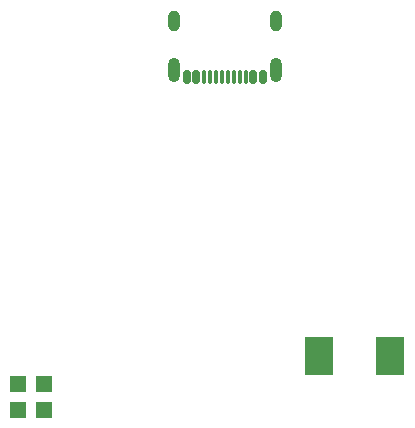
<source format=gbr>
%TF.GenerationSoftware,KiCad,Pcbnew,8.0.4*%
%TF.CreationDate,2024-09-21T01:35:51-04:00*%
%TF.ProjectId,DangerDoughnut,44616e67-6572-4446-9f75-67686e75742e,rev?*%
%TF.SameCoordinates,Original*%
%TF.FileFunction,Paste,Bot*%
%TF.FilePolarity,Positive*%
%FSLAX46Y46*%
G04 Gerber Fmt 4.6, Leading zero omitted, Abs format (unit mm)*
G04 Created by KiCad (PCBNEW 8.0.4) date 2024-09-21 01:35:51*
%MOMM*%
%LPD*%
G01*
G04 APERTURE LIST*
G04 Aperture macros list*
%AMRoundRect*
0 Rectangle with rounded corners*
0 $1 Rounding radius*
0 $2 $3 $4 $5 $6 $7 $8 $9 X,Y pos of 4 corners*
0 Add a 4 corners polygon primitive as box body*
4,1,4,$2,$3,$4,$5,$6,$7,$8,$9,$2,$3,0*
0 Add four circle primitives for the rounded corners*
1,1,$1+$1,$2,$3*
1,1,$1+$1,$4,$5*
1,1,$1+$1,$6,$7*
1,1,$1+$1,$8,$9*
0 Add four rect primitives between the rounded corners*
20,1,$1+$1,$2,$3,$4,$5,0*
20,1,$1+$1,$4,$5,$6,$7,0*
20,1,$1+$1,$6,$7,$8,$9,0*
20,1,$1+$1,$8,$9,$2,$3,0*%
G04 Aperture macros list end*
%ADD10R,1.400000X1.400000*%
%ADD11R,2.489200X3.251200*%
%ADD12RoundRect,0.150000X-0.150000X-0.425000X0.150000X-0.425000X0.150000X0.425000X-0.150000X0.425000X0*%
%ADD13RoundRect,0.075000X-0.075000X-0.500000X0.075000X-0.500000X0.075000X0.500000X-0.075000X0.500000X0*%
%ADD14O,1.000000X1.800000*%
%ADD15O,1.000000X2.100000*%
G04 APERTURE END LIST*
D10*
%TO.C,ANT1*%
X82500000Y-69300000D03*
X84700000Y-69300000D03*
X84700000Y-71500000D03*
X82500000Y-71500000D03*
%TD*%
D11*
%TO.C,L1*%
X113997200Y-67000000D03*
X108002800Y-67000000D03*
%TD*%
D12*
%TO.C,J6*%
X96800000Y-43355000D03*
X97600000Y-43355000D03*
D13*
X98750000Y-43355000D03*
X99750000Y-43355000D03*
X100250000Y-43355000D03*
X101250000Y-43355000D03*
D12*
X102400000Y-43355000D03*
X103200000Y-43355000D03*
X103200000Y-43355000D03*
X102400000Y-43355000D03*
D13*
X101750000Y-43355000D03*
X100750000Y-43355000D03*
X99250000Y-43355000D03*
X98250000Y-43355000D03*
D12*
X97600000Y-43355000D03*
X96800000Y-43355000D03*
D14*
X95680000Y-38600000D03*
D15*
X95680000Y-42780000D03*
D14*
X104320000Y-38600000D03*
D15*
X104320000Y-42780000D03*
%TD*%
M02*

</source>
